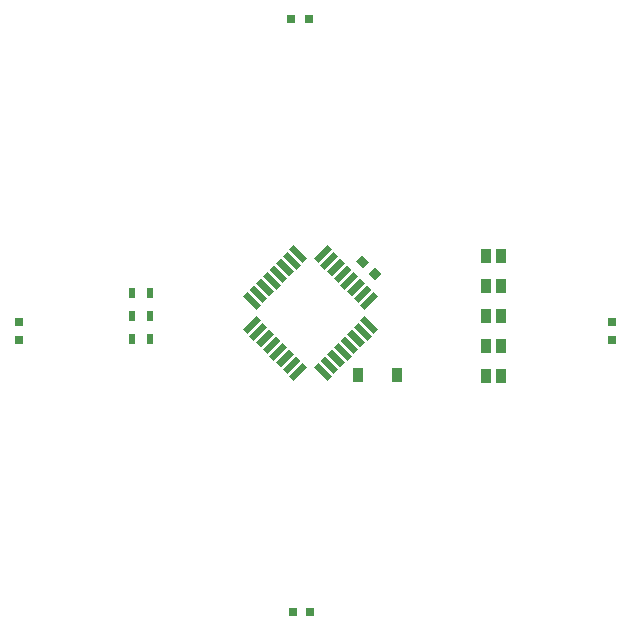
<source format=gbp>
G04 #@! TF.FileFunction,Paste,Bot*
%FSLAX46Y46*%
G04 Gerber Fmt 4.6, Leading zero omitted, Abs format (unit mm)*
G04 Created by KiCad (PCBNEW 4.0.7-e2-6376~58~ubuntu16.04.1) date Fri Jan 12 15:29:44 2018*
%MOMM*%
%LPD*%
G01*
G04 APERTURE LIST*
%ADD10C,0.100000*%
%ADD11R,0.800000X0.750000*%
%ADD12R,0.750000X0.800000*%
%ADD13R,0.970000X1.270000*%
%ADD14R,0.500000X0.900000*%
%ADD15R,0.900000X1.200000*%
G04 APERTURE END LIST*
D10*
G36*
X34548008Y34582322D02*
X34017678Y34051992D01*
X33451992Y34617678D01*
X33982322Y35148008D01*
X34548008Y34582322D01*
X34548008Y34582322D01*
G37*
G36*
X35608668Y33521662D02*
X35078338Y32991332D01*
X34512652Y33557018D01*
X35042982Y34087348D01*
X35608668Y33521662D01*
X35608668Y33521662D01*
G37*
D11*
X29464000Y55118000D03*
X27964000Y55118000D03*
D12*
X55118000Y29464000D03*
X55118000Y27964000D03*
D11*
X29591000Y4953000D03*
X28091000Y4953000D03*
D12*
X4953000Y29440000D03*
X4953000Y27940000D03*
D13*
X44459377Y24864309D03*
X45739377Y24864309D03*
X44459377Y27404309D03*
X45739377Y27404309D03*
X44449377Y29944309D03*
X45729377Y29944309D03*
X44459377Y32484309D03*
X45739377Y32484309D03*
X44459377Y35024309D03*
X45739377Y35024309D03*
D14*
X14503000Y27986000D03*
X16003000Y27986000D03*
X14502000Y29972000D03*
X16002000Y29972000D03*
X14503000Y31923000D03*
X16003000Y31923000D03*
D10*
G36*
X30996536Y35995243D02*
X31385445Y35606334D01*
X30254074Y34474963D01*
X29865165Y34863872D01*
X30996536Y35995243D01*
X30996536Y35995243D01*
G37*
G36*
X31562221Y35429557D02*
X31951130Y35040648D01*
X30819759Y33909277D01*
X30430850Y34298186D01*
X31562221Y35429557D01*
X31562221Y35429557D01*
G37*
G36*
X32127907Y34863872D02*
X32516816Y34474963D01*
X31385445Y33343592D01*
X30996536Y33732501D01*
X32127907Y34863872D01*
X32127907Y34863872D01*
G37*
G36*
X32693592Y34298187D02*
X33082501Y33909278D01*
X31951130Y32777907D01*
X31562221Y33166816D01*
X32693592Y34298187D01*
X32693592Y34298187D01*
G37*
G36*
X33259278Y33732501D02*
X33648187Y33343592D01*
X32516816Y32212221D01*
X32127907Y32601130D01*
X33259278Y33732501D01*
X33259278Y33732501D01*
G37*
G36*
X33824963Y33166816D02*
X34213872Y32777907D01*
X33082501Y31646536D01*
X32693592Y32035445D01*
X33824963Y33166816D01*
X33824963Y33166816D01*
G37*
G36*
X34390648Y32601130D02*
X34779557Y32212221D01*
X33648186Y31080850D01*
X33259277Y31469759D01*
X34390648Y32601130D01*
X34390648Y32601130D01*
G37*
G36*
X34956334Y32035445D02*
X35345243Y31646536D01*
X34213872Y30515165D01*
X33824963Y30904074D01*
X34956334Y32035445D01*
X34956334Y32035445D01*
G37*
G36*
X35345243Y28853464D02*
X34956334Y28464555D01*
X33824963Y29595926D01*
X34213872Y29984835D01*
X35345243Y28853464D01*
X35345243Y28853464D01*
G37*
G36*
X34779557Y28287779D02*
X34390648Y27898870D01*
X33259277Y29030241D01*
X33648186Y29419150D01*
X34779557Y28287779D01*
X34779557Y28287779D01*
G37*
G36*
X34213872Y27722093D02*
X33824963Y27333184D01*
X32693592Y28464555D01*
X33082501Y28853464D01*
X34213872Y27722093D01*
X34213872Y27722093D01*
G37*
G36*
X33648187Y27156408D02*
X33259278Y26767499D01*
X32127907Y27898870D01*
X32516816Y28287779D01*
X33648187Y27156408D01*
X33648187Y27156408D01*
G37*
G36*
X33082501Y26590722D02*
X32693592Y26201813D01*
X31562221Y27333184D01*
X31951130Y27722093D01*
X33082501Y26590722D01*
X33082501Y26590722D01*
G37*
G36*
X32516816Y26025037D02*
X32127907Y25636128D01*
X30996536Y26767499D01*
X31385445Y27156408D01*
X32516816Y26025037D01*
X32516816Y26025037D01*
G37*
G36*
X31951130Y25459352D02*
X31562221Y25070443D01*
X30430850Y26201814D01*
X30819759Y26590723D01*
X31951130Y25459352D01*
X31951130Y25459352D01*
G37*
G36*
X31385445Y24893666D02*
X30996536Y24504757D01*
X29865165Y25636128D01*
X30254074Y26025037D01*
X31385445Y24893666D01*
X31385445Y24893666D01*
G37*
G36*
X28945926Y26025037D02*
X29334835Y25636128D01*
X28203464Y24504757D01*
X27814555Y24893666D01*
X28945926Y26025037D01*
X28945926Y26025037D01*
G37*
G36*
X28380241Y26590723D02*
X28769150Y26201814D01*
X27637779Y25070443D01*
X27248870Y25459352D01*
X28380241Y26590723D01*
X28380241Y26590723D01*
G37*
G36*
X27814555Y27156408D02*
X28203464Y26767499D01*
X27072093Y25636128D01*
X26683184Y26025037D01*
X27814555Y27156408D01*
X27814555Y27156408D01*
G37*
G36*
X27248870Y27722093D02*
X27637779Y27333184D01*
X26506408Y26201813D01*
X26117499Y26590722D01*
X27248870Y27722093D01*
X27248870Y27722093D01*
G37*
G36*
X26683184Y28287779D02*
X27072093Y27898870D01*
X25940722Y26767499D01*
X25551813Y27156408D01*
X26683184Y28287779D01*
X26683184Y28287779D01*
G37*
G36*
X26117499Y28853464D02*
X26506408Y28464555D01*
X25375037Y27333184D01*
X24986128Y27722093D01*
X26117499Y28853464D01*
X26117499Y28853464D01*
G37*
G36*
X25551814Y29419150D02*
X25940723Y29030241D01*
X24809352Y27898870D01*
X24420443Y28287779D01*
X25551814Y29419150D01*
X25551814Y29419150D01*
G37*
G36*
X24986128Y29984835D02*
X25375037Y29595926D01*
X24243666Y28464555D01*
X23854757Y28853464D01*
X24986128Y29984835D01*
X24986128Y29984835D01*
G37*
G36*
X25375037Y30904074D02*
X24986128Y30515165D01*
X23854757Y31646536D01*
X24243666Y32035445D01*
X25375037Y30904074D01*
X25375037Y30904074D01*
G37*
G36*
X25940723Y31469759D02*
X25551814Y31080850D01*
X24420443Y32212221D01*
X24809352Y32601130D01*
X25940723Y31469759D01*
X25940723Y31469759D01*
G37*
G36*
X26506408Y32035445D02*
X26117499Y31646536D01*
X24986128Y32777907D01*
X25375037Y33166816D01*
X26506408Y32035445D01*
X26506408Y32035445D01*
G37*
G36*
X27072093Y32601130D02*
X26683184Y32212221D01*
X25551813Y33343592D01*
X25940722Y33732501D01*
X27072093Y32601130D01*
X27072093Y32601130D01*
G37*
G36*
X27637779Y33166816D02*
X27248870Y32777907D01*
X26117499Y33909278D01*
X26506408Y34298187D01*
X27637779Y33166816D01*
X27637779Y33166816D01*
G37*
G36*
X28203464Y33732501D02*
X27814555Y33343592D01*
X26683184Y34474963D01*
X27072093Y34863872D01*
X28203464Y33732501D01*
X28203464Y33732501D01*
G37*
G36*
X28769150Y34298186D02*
X28380241Y33909277D01*
X27248870Y35040648D01*
X27637779Y35429557D01*
X28769150Y34298186D01*
X28769150Y34298186D01*
G37*
G36*
X29334835Y34863872D02*
X28945926Y34474963D01*
X27814555Y35606334D01*
X28203464Y35995243D01*
X29334835Y34863872D01*
X29334835Y34863872D01*
G37*
D15*
X33656000Y24938000D03*
X36956000Y24938000D03*
M02*

</source>
